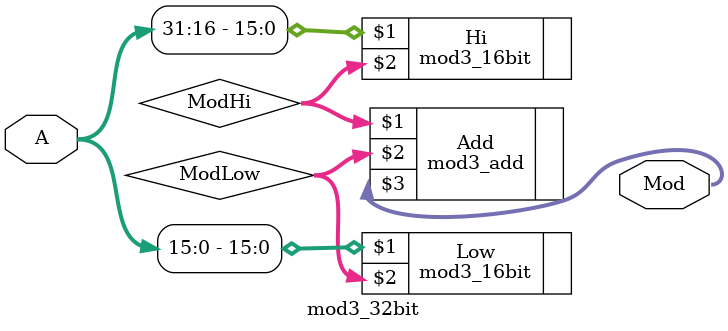
<source format=v>
module mod3_32bit(A, Mod);
  input [31:0] A;
  output [2:0] Mod;

  wire [2:0] ModHi;
  wire [2:0] ModLow;

  mod3_16bit Hi(A[31:16], ModHi);
  mod3_16bit Low(A[15:0], ModLow);

  // No need to do shift as (2**16) % 3 == 1
  mod3_add Add(ModHi, ModLow, Mod);
endmodule

</source>
